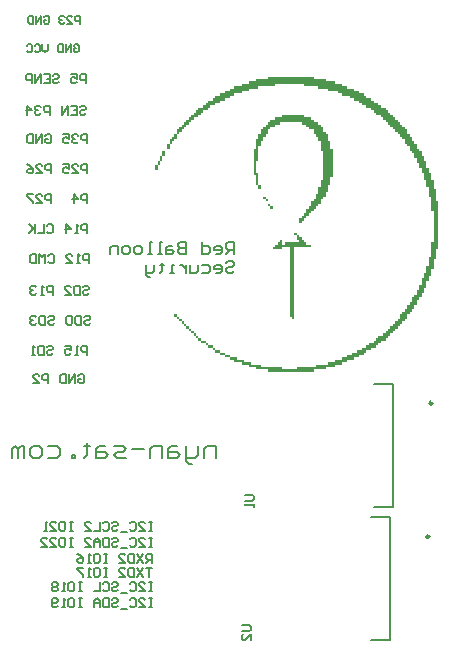
<source format=gbo>
G04*
G04 #@! TF.GenerationSoftware,Altium Limited,Altium Designer,20.1.12 (249)*
G04*
G04 Layer_Color=32896*
%FSLAX25Y25*%
%MOIN*%
G70*
G04*
G04 #@! TF.SameCoordinates,D1749837-0096-4F70-BC88-1939EB490A75*
G04*
G04*
G04 #@! TF.FilePolarity,Positive*
G04*
G01*
G75*
%ADD10C,0.00787*%
%ADD11C,0.00984*%
%ADD12C,0.00600*%
%ADD13C,0.00500*%
%ADD101C,0.00800*%
G36*
X199700Y297400D02*
Y296600D01*
X198900D01*
Y295800D01*
X198100D01*
Y295000D01*
X197300D01*
Y295800D01*
Y296600D01*
X198100D01*
Y297400D01*
X198900D01*
Y298200D01*
X199700D01*
Y297400D01*
D02*
G37*
G36*
X197300Y294200D02*
Y293400D01*
X196500D01*
Y294200D01*
Y295000D01*
X197300D01*
Y294200D01*
D02*
G37*
G36*
X195700Y291800D02*
Y291000D01*
X194900D01*
Y291800D01*
Y292600D01*
X195700D01*
Y291800D01*
D02*
G37*
G36*
X194900Y290200D02*
Y289400D01*
X194100D01*
Y290200D01*
Y291000D01*
X194900D01*
Y290200D01*
D02*
G37*
G36*
X194100Y288600D02*
Y287800D01*
X193300D01*
Y288600D01*
Y289400D01*
X194100D01*
Y288600D01*
D02*
G37*
G36*
X193300Y287000D02*
Y286200D01*
X192500D01*
Y287000D01*
Y287800D01*
X193300D01*
Y287000D01*
D02*
G37*
G36*
X229300Y276600D02*
X230100D01*
Y275800D01*
X229300D01*
Y276600D01*
X228500D01*
Y277400D01*
X229300D01*
Y276600D01*
D02*
G37*
G36*
X230900Y274200D02*
X231700D01*
Y273400D01*
X230900D01*
Y274200D01*
X230100D01*
Y275000D01*
X230900D01*
Y274200D01*
D02*
G37*
G36*
X242100Y303800D02*
X244500D01*
Y303000D01*
X245300D01*
Y302200D01*
X246900D01*
Y301400D01*
X247700D01*
Y300600D01*
X248500D01*
Y299800D01*
Y299000D01*
X249300D01*
Y298200D01*
X250100D01*
Y297400D01*
Y296600D01*
Y295800D01*
X250900D01*
Y295000D01*
Y294200D01*
Y293400D01*
X251700D01*
Y292600D01*
Y291800D01*
Y291000D01*
Y290200D01*
Y289400D01*
Y288600D01*
Y287800D01*
Y287000D01*
Y286200D01*
Y285400D01*
Y284600D01*
Y283800D01*
X250900D01*
Y283000D01*
Y282200D01*
Y281400D01*
X250100D01*
Y280600D01*
Y279800D01*
Y279000D01*
X249300D01*
Y278200D01*
Y277400D01*
X248500D01*
Y276600D01*
X247700D01*
Y275800D01*
Y275000D01*
X246900D01*
Y274200D01*
X246100D01*
Y273400D01*
X245300D01*
Y272600D01*
X244500D01*
Y271800D01*
X243700D01*
Y271000D01*
X242900D01*
Y270200D01*
X242100D01*
Y269400D01*
X241300D01*
Y268600D01*
X240500D01*
Y269400D01*
Y270200D01*
X241300D01*
Y271000D01*
X242100D01*
Y271800D01*
X242900D01*
Y272600D01*
Y273400D01*
X243700D01*
Y274200D01*
X244500D01*
Y275000D01*
Y275800D01*
X245300D01*
Y276600D01*
X246100D01*
Y277400D01*
Y278200D01*
X246900D01*
Y279000D01*
Y279800D01*
Y280600D01*
X247700D01*
Y281400D01*
Y282200D01*
Y283000D01*
X248500D01*
Y283800D01*
Y284600D01*
Y285400D01*
Y286200D01*
Y287000D01*
Y287800D01*
Y288600D01*
Y289400D01*
Y290200D01*
Y291000D01*
Y291800D01*
Y292600D01*
X247700D01*
Y293400D01*
Y294200D01*
Y295000D01*
Y295800D01*
X246900D01*
Y296600D01*
Y297400D01*
X246100D01*
Y298200D01*
X245300D01*
Y299000D01*
Y299800D01*
X243700D01*
Y300600D01*
X242900D01*
Y301400D01*
X241300D01*
Y302200D01*
X234100D01*
Y301400D01*
X232500D01*
Y300600D01*
X230900D01*
Y299800D01*
X230100D01*
Y299000D01*
Y298200D01*
X229300D01*
Y297400D01*
X228500D01*
Y296600D01*
Y295800D01*
X227700D01*
Y295000D01*
Y294200D01*
X226900D01*
Y293400D01*
Y292600D01*
Y291800D01*
Y291000D01*
Y290200D01*
Y289400D01*
X226100D01*
Y288600D01*
Y287800D01*
Y287000D01*
Y286200D01*
Y285400D01*
X226900D01*
Y284600D01*
Y283800D01*
Y283000D01*
Y282200D01*
Y281400D01*
X227700D01*
Y280600D01*
Y279800D01*
X226900D01*
Y280600D01*
Y281400D01*
X226100D01*
Y282200D01*
Y283000D01*
Y283800D01*
Y284600D01*
X225300D01*
Y285400D01*
Y286200D01*
Y287000D01*
Y287800D01*
Y288600D01*
Y289400D01*
Y290200D01*
Y291000D01*
Y291800D01*
Y292600D01*
Y293400D01*
X226100D01*
Y294200D01*
Y295000D01*
Y295800D01*
Y296600D01*
X226900D01*
Y297400D01*
Y298200D01*
X227700D01*
Y299000D01*
Y299800D01*
X228500D01*
Y300600D01*
X229300D01*
Y301400D01*
X230100D01*
Y302200D01*
X230900D01*
Y303000D01*
X232500D01*
Y303800D01*
X234900D01*
Y304600D01*
X242100D01*
Y303800D01*
D02*
G37*
G36*
X239700Y264600D02*
X240500D01*
Y263800D01*
X241300D01*
Y263000D01*
X242100D01*
Y262200D01*
X242900D01*
Y261400D01*
X244500D01*
Y260600D01*
X238900D01*
Y259800D01*
Y259000D01*
Y258200D01*
Y257400D01*
Y256600D01*
Y255800D01*
Y255000D01*
Y254200D01*
Y253400D01*
Y252600D01*
Y251800D01*
Y251000D01*
Y250200D01*
Y249400D01*
Y248600D01*
Y247800D01*
Y247000D01*
Y246200D01*
Y245400D01*
Y244600D01*
Y243800D01*
Y243000D01*
Y242200D01*
Y241400D01*
Y240600D01*
Y239800D01*
Y239000D01*
Y238200D01*
Y237400D01*
Y236600D01*
X238100D01*
Y237400D01*
X237300D01*
Y238200D01*
Y239000D01*
Y239800D01*
Y240600D01*
Y241400D01*
Y242200D01*
Y243000D01*
Y243800D01*
Y244600D01*
Y245400D01*
Y246200D01*
Y247000D01*
Y247800D01*
Y248600D01*
Y249400D01*
Y250200D01*
Y251000D01*
Y251800D01*
Y252600D01*
Y253400D01*
Y254200D01*
Y255000D01*
Y255800D01*
Y256600D01*
Y257400D01*
Y258200D01*
Y259000D01*
Y259800D01*
Y260600D01*
X234900D01*
Y259800D01*
X231700D01*
Y260600D01*
X232500D01*
Y261400D01*
X233300D01*
Y262200D01*
X234100D01*
Y263000D01*
X234900D01*
Y262200D01*
Y261400D01*
X235700D01*
Y262200D01*
X240500D01*
Y263000D01*
X239700D01*
Y263800D01*
Y264600D01*
X238900D01*
Y265400D01*
X239700D01*
Y264600D01*
D02*
G37*
G36*
X245300Y316600D02*
X249300D01*
Y315800D01*
X252500D01*
Y315000D01*
X254900D01*
Y314200D01*
X256500D01*
Y313400D01*
X258900D01*
Y312600D01*
X260500D01*
Y311800D01*
X262100D01*
Y311000D01*
X262900D01*
Y310200D01*
X264500D01*
Y309400D01*
X265300D01*
Y308600D01*
X266900D01*
Y307800D01*
X267700D01*
Y307000D01*
X269300D01*
Y306200D01*
X270100D01*
Y305400D01*
X270900D01*
Y304600D01*
X271700D01*
Y303800D01*
X272500D01*
Y303000D01*
X273300D01*
Y302200D01*
X274100D01*
Y301400D01*
X274900D01*
Y300600D01*
X275700D01*
Y299800D01*
X276500D01*
Y299000D01*
Y298200D01*
X277300D01*
Y297400D01*
X278100D01*
Y296600D01*
Y295800D01*
X278900D01*
Y295000D01*
X279700D01*
Y294200D01*
Y293400D01*
X280500D01*
Y292600D01*
X281300D01*
Y291800D01*
Y291000D01*
X282100D01*
Y290200D01*
Y289400D01*
X282900D01*
Y288600D01*
Y287800D01*
Y287000D01*
X283700D01*
Y286200D01*
Y285400D01*
X284500D01*
Y284600D01*
Y283800D01*
Y283000D01*
X285300D01*
Y282200D01*
Y281400D01*
Y280600D01*
Y279800D01*
X286100D01*
Y279000D01*
Y278200D01*
Y277400D01*
Y276600D01*
Y275800D01*
X286900D01*
Y275000D01*
Y274200D01*
Y273400D01*
Y272600D01*
Y271800D01*
Y271000D01*
Y270200D01*
Y269400D01*
Y268600D01*
Y267800D01*
Y267000D01*
Y266200D01*
Y265400D01*
Y264600D01*
Y263800D01*
Y263000D01*
Y262200D01*
Y261400D01*
Y260600D01*
Y259800D01*
X286100D01*
Y259000D01*
Y258200D01*
Y257400D01*
Y256600D01*
X285300D01*
Y255800D01*
Y255000D01*
Y254200D01*
Y253400D01*
X284500D01*
Y252600D01*
Y251800D01*
Y251000D01*
X283700D01*
Y250200D01*
Y249400D01*
X282900D01*
Y248600D01*
Y247800D01*
Y247000D01*
X282100D01*
Y246200D01*
Y245400D01*
X281300D01*
Y244600D01*
Y243800D01*
X280500D01*
Y243000D01*
X279700D01*
Y242200D01*
Y241400D01*
X278900D01*
Y240600D01*
Y239800D01*
X278100D01*
Y239000D01*
X277300D01*
Y238200D01*
X276500D01*
Y237400D01*
Y236600D01*
X275700D01*
Y235800D01*
X274900D01*
Y235000D01*
X274100D01*
Y234200D01*
X273300D01*
Y233400D01*
X272500D01*
Y232600D01*
X271700D01*
Y231800D01*
X270900D01*
Y231000D01*
X270100D01*
Y230200D01*
X269300D01*
Y229400D01*
X267700D01*
Y228600D01*
X266900D01*
Y227800D01*
X266100D01*
Y227000D01*
X264500D01*
Y226200D01*
X262900D01*
Y225400D01*
X262100D01*
Y224600D01*
X260500D01*
Y223800D01*
X258900D01*
Y223000D01*
X256500D01*
Y222200D01*
X254900D01*
Y221400D01*
X252500D01*
Y220600D01*
X249300D01*
Y219800D01*
X245300D01*
Y219000D01*
X230100D01*
Y219800D01*
X226100D01*
Y220600D01*
X223700D01*
Y221400D01*
X221300D01*
Y222200D01*
X218900D01*
Y223000D01*
X217300D01*
Y223800D01*
X215700D01*
Y224600D01*
X214100D01*
Y225400D01*
X212500D01*
Y226200D01*
X211700D01*
Y227000D01*
X210100D01*
Y227800D01*
X209300D01*
Y228600D01*
X207700D01*
Y229400D01*
X206900D01*
Y230200D01*
X206100D01*
Y231000D01*
X205300D01*
Y231800D01*
X204500D01*
Y232600D01*
X203700D01*
Y233400D01*
X202900D01*
Y234200D01*
X202100D01*
Y235000D01*
X201300D01*
Y235800D01*
X200500D01*
Y236600D01*
X199700D01*
Y237400D01*
X198900D01*
Y238200D01*
X199700D01*
Y237400D01*
X200500D01*
Y236600D01*
X201300D01*
Y235800D01*
X202100D01*
Y235000D01*
X202900D01*
Y234200D01*
X203700D01*
Y233400D01*
X204500D01*
Y232600D01*
X205300D01*
Y231800D01*
X206100D01*
Y231000D01*
X206900D01*
Y230200D01*
X207700D01*
Y229400D01*
X209300D01*
Y228600D01*
X210100D01*
Y227800D01*
X211700D01*
Y227000D01*
X212500D01*
Y226200D01*
X214100D01*
Y225400D01*
X215700D01*
Y224600D01*
X217300D01*
Y223800D01*
X219700D01*
Y223000D01*
X222100D01*
Y222200D01*
X224500D01*
Y221400D01*
X227700D01*
Y220600D01*
X234900D01*
Y219800D01*
X239700D01*
Y220600D01*
X246100D01*
Y221400D01*
X250100D01*
Y222200D01*
X252500D01*
Y223000D01*
X254900D01*
Y223800D01*
X256500D01*
Y224600D01*
X258100D01*
Y225400D01*
X259700D01*
Y226200D01*
X261300D01*
Y227000D01*
X262900D01*
Y227800D01*
X263700D01*
Y228600D01*
X265300D01*
Y229400D01*
X266100D01*
Y230200D01*
X266900D01*
Y231000D01*
X268500D01*
Y231800D01*
X269300D01*
Y232600D01*
X270100D01*
Y233400D01*
X270900D01*
Y234200D01*
X271700D01*
Y235000D01*
X272500D01*
Y235800D01*
X273300D01*
Y236600D01*
X274100D01*
Y237400D01*
Y238200D01*
X274900D01*
Y239000D01*
X275700D01*
Y239800D01*
X276500D01*
Y240600D01*
Y241400D01*
X277300D01*
Y242200D01*
X278100D01*
Y243000D01*
Y243800D01*
X278900D01*
Y244600D01*
X279700D01*
Y245400D01*
Y246200D01*
X280500D01*
Y247000D01*
Y247800D01*
X281300D01*
Y248600D01*
Y249400D01*
Y250200D01*
X282100D01*
Y251000D01*
Y251800D01*
X282900D01*
Y252600D01*
Y253400D01*
Y254200D01*
X283700D01*
Y255000D01*
Y255800D01*
Y256600D01*
Y257400D01*
X284500D01*
Y258200D01*
Y259000D01*
Y259800D01*
Y260600D01*
Y261400D01*
Y262200D01*
X285300D01*
Y263000D01*
Y263800D01*
Y264600D01*
Y265400D01*
Y266200D01*
Y267000D01*
Y267800D01*
Y268600D01*
Y269400D01*
Y270200D01*
Y271000D01*
Y271800D01*
Y272600D01*
X284500D01*
Y273400D01*
Y274200D01*
Y275000D01*
Y275800D01*
Y276600D01*
Y277400D01*
X283700D01*
Y278200D01*
Y279000D01*
Y279800D01*
Y280600D01*
X282900D01*
Y281400D01*
Y282200D01*
Y283000D01*
X282100D01*
Y283800D01*
Y284600D01*
Y285400D01*
X281300D01*
Y286200D01*
Y287000D01*
X280500D01*
Y287800D01*
Y288600D01*
X279700D01*
Y289400D01*
Y290200D01*
X278900D01*
Y291000D01*
Y291800D01*
X278100D01*
Y292600D01*
X277300D01*
Y293400D01*
Y294200D01*
X276500D01*
Y295000D01*
X275700D01*
Y295800D01*
Y296600D01*
X274900D01*
Y297400D01*
X274100D01*
Y298200D01*
X273300D01*
Y299000D01*
X272500D01*
Y299800D01*
X271700D01*
Y300600D01*
X270900D01*
Y301400D01*
X270100D01*
Y302200D01*
X269300D01*
Y303000D01*
X268500D01*
Y303800D01*
X267700D01*
Y304600D01*
X266100D01*
Y305400D01*
X265300D01*
Y306200D01*
X264500D01*
Y307000D01*
X262900D01*
Y307800D01*
X261300D01*
Y308600D01*
X260500D01*
Y309400D01*
X258900D01*
Y310200D01*
X257300D01*
Y311000D01*
X254900D01*
Y311800D01*
X253300D01*
Y312600D01*
X250100D01*
Y313400D01*
X246900D01*
Y314200D01*
X242100D01*
Y315000D01*
X232500D01*
Y314200D01*
X226900D01*
Y313400D01*
X223700D01*
Y312600D01*
X221300D01*
Y311800D01*
X218900D01*
Y311000D01*
X217300D01*
Y310200D01*
X215700D01*
Y309400D01*
X214100D01*
Y308600D01*
X212500D01*
Y307800D01*
X210900D01*
Y307000D01*
X210100D01*
Y306200D01*
X208500D01*
Y305400D01*
X207700D01*
Y304600D01*
X206900D01*
Y303800D01*
X205300D01*
Y303000D01*
X204500D01*
Y302200D01*
X203700D01*
Y301400D01*
X202900D01*
Y300600D01*
X202100D01*
Y299800D01*
X201300D01*
Y299000D01*
X200500D01*
Y298200D01*
X199700D01*
Y299000D01*
Y299800D01*
X200500D01*
Y300600D01*
X201300D01*
Y301400D01*
X202100D01*
Y302200D01*
X202900D01*
Y303000D01*
X203700D01*
Y303800D01*
X204500D01*
Y304600D01*
X205300D01*
Y305400D01*
X206100D01*
Y306200D01*
X206900D01*
Y307000D01*
X208500D01*
Y307800D01*
X209300D01*
Y308600D01*
X210100D01*
Y309400D01*
X211700D01*
Y310200D01*
X212500D01*
Y311000D01*
X214100D01*
Y311800D01*
X215700D01*
Y312600D01*
X217300D01*
Y313400D01*
X218900D01*
Y314200D01*
X221300D01*
Y315000D01*
X223700D01*
Y315800D01*
X226100D01*
Y316600D01*
X230100D01*
Y317400D01*
X245300D01*
Y316600D01*
D02*
G37*
D10*
X264291Y170472D02*
X270590D01*
X264291Y129528D02*
X270590D01*
Y170472D01*
X265291Y214972D02*
X271590D01*
X265291Y174028D02*
X271590D01*
Y214972D01*
D11*
X284878Y208535D02*
G03*
X284878Y208535I-492J0D01*
G01*
X283878Y164035D02*
G03*
X283878Y164035I-492J0D01*
G01*
D12*
X169900Y295100D02*
Y298099D01*
X168401D01*
X167901Y297599D01*
Y296600D01*
X168401Y296100D01*
X169900D01*
X166901Y297599D02*
X166401Y298099D01*
X165401D01*
X164902Y297599D01*
Y297099D01*
X165401Y296600D01*
X165901D01*
X165401D01*
X164902Y296100D01*
Y295600D01*
X165401Y295100D01*
X166401D01*
X166901Y295600D01*
X161903Y298099D02*
X163902D01*
Y296600D01*
X162902Y297099D01*
X162402D01*
X161903Y296600D01*
Y295600D01*
X162402Y295100D01*
X163402D01*
X163902Y295600D01*
X155904Y297599D02*
X156404Y298099D01*
X157404D01*
X157904Y297599D01*
Y295600D01*
X157404Y295100D01*
X156404D01*
X155904Y295600D01*
Y296600D01*
X156904D01*
X154905Y295100D02*
Y298099D01*
X152905Y295100D01*
Y298099D01*
X151906D02*
Y295100D01*
X150406D01*
X149907Y295600D01*
Y297599D01*
X150406Y298099D01*
X151906D01*
X169900Y265100D02*
Y268099D01*
X168401D01*
X167901Y267599D01*
Y266599D01*
X168401Y266100D01*
X169900D01*
X166901Y265100D02*
X165901D01*
X166401D01*
Y268099D01*
X166901Y267599D01*
X162902Y265100D02*
Y268099D01*
X164402Y266599D01*
X162402D01*
X156404Y267599D02*
X156904Y268099D01*
X157904D01*
X158404Y267599D01*
Y265600D01*
X157904Y265100D01*
X156904D01*
X156404Y265600D01*
X155405Y268099D02*
Y265100D01*
X153405D01*
X152406Y268099D02*
Y265100D01*
Y266100D01*
X150406Y268099D01*
X151906Y266599D01*
X150406Y265100D01*
X167401Y307099D02*
X167901Y307599D01*
X168900D01*
X169400Y307099D01*
Y306599D01*
X168900Y306100D01*
X167901D01*
X167401Y305600D01*
Y305100D01*
X167901Y304600D01*
X168900D01*
X169400Y305100D01*
X164402Y307599D02*
X166401D01*
Y304600D01*
X164402D01*
X166401Y306100D02*
X165401D01*
X163402Y304600D02*
Y307599D01*
X161403Y304600D01*
Y307599D01*
X157404Y304600D02*
Y307599D01*
X155904D01*
X155404Y307099D01*
Y306100D01*
X155904Y305600D01*
X157404D01*
X154405Y307099D02*
X153905Y307599D01*
X152905D01*
X152406Y307099D01*
Y306599D01*
X152905Y306100D01*
X153405D01*
X152905D01*
X152406Y305600D01*
Y305100D01*
X152905Y304600D01*
X153905D01*
X154405Y305100D01*
X149906Y304600D02*
Y307599D01*
X151406Y306100D01*
X149407D01*
X218900Y258171D02*
Y262170D01*
X216901D01*
X216234Y261504D01*
Y260171D01*
X216901Y259504D01*
X218900D01*
X217567D02*
X216234Y258171D01*
X212902D02*
X214235D01*
X214901Y258838D01*
Y260171D01*
X214235Y260837D01*
X212902D01*
X212235Y260171D01*
Y259504D01*
X214901D01*
X208237Y262170D02*
Y258171D01*
X210236D01*
X210903Y258838D01*
Y260171D01*
X210236Y260837D01*
X208237D01*
X202905Y262170D02*
Y258171D01*
X200906D01*
X200239Y258838D01*
Y259504D01*
X200906Y260171D01*
X202905D01*
X200906D01*
X200239Y260837D01*
Y261504D01*
X200906Y262170D01*
X202905D01*
X198240Y260837D02*
X196907D01*
X196241Y260171D01*
Y258171D01*
X198240D01*
X198906Y258838D01*
X198240Y259504D01*
X196241D01*
X194908Y258171D02*
X193575D01*
X194241D01*
Y262170D01*
X194908D01*
X191576Y258171D02*
X190243D01*
X190909D01*
Y262170D01*
X191576D01*
X187577Y258171D02*
X186244D01*
X185577Y258838D01*
Y260171D01*
X186244Y260837D01*
X187577D01*
X188243Y260171D01*
Y258838D01*
X187577Y258171D01*
X183578D02*
X182245D01*
X181579Y258838D01*
Y260171D01*
X182245Y260837D01*
X183578D01*
X184245Y260171D01*
Y258838D01*
X183578Y258171D01*
X180246D02*
Y260837D01*
X178246D01*
X177580Y260171D01*
Y258171D01*
X216234Y255265D02*
X216901Y255932D01*
X218234D01*
X218900Y255265D01*
Y254599D01*
X218234Y253932D01*
X216901D01*
X216234Y253266D01*
Y252599D01*
X216901Y251933D01*
X218234D01*
X218900Y252599D01*
X212902Y251933D02*
X214235D01*
X214901Y252599D01*
Y253932D01*
X214235Y254599D01*
X212902D01*
X212235Y253932D01*
Y253266D01*
X214901D01*
X208237Y254599D02*
X210236D01*
X210903Y253932D01*
Y252599D01*
X210236Y251933D01*
X208237D01*
X206904Y254599D02*
Y252599D01*
X206237Y251933D01*
X204238D01*
Y254599D01*
X202905D02*
Y251933D01*
Y253266D01*
X202239Y253932D01*
X201572Y254599D01*
X200906D01*
X198906Y251933D02*
X197574D01*
X198240D01*
Y254599D01*
X198906D01*
X194908Y255265D02*
Y254599D01*
X195574D01*
X194241D01*
X194908D01*
Y252599D01*
X194241Y251933D01*
X192242Y254599D02*
Y252599D01*
X191576Y251933D01*
X189576D01*
Y251266D01*
X190243Y250600D01*
X190909D01*
X189576Y251933D02*
Y254599D01*
X169900Y224600D02*
Y227599D01*
X168401D01*
X167901Y227099D01*
Y226099D01*
X168401Y225600D01*
X169900D01*
X166901Y224600D02*
X165901D01*
X166401D01*
Y227599D01*
X166901Y227099D01*
X162402Y227599D02*
X164402D01*
Y226099D01*
X163402Y226599D01*
X162902D01*
X162402Y226099D01*
Y225100D01*
X162902Y224600D01*
X163902D01*
X164402Y225100D01*
X156404Y227099D02*
X156904Y227599D01*
X157904D01*
X158404Y227099D01*
Y226599D01*
X157904Y226099D01*
X156904D01*
X156404Y225600D01*
Y225100D01*
X156904Y224600D01*
X157904D01*
X158404Y225100D01*
X155405Y227599D02*
Y224600D01*
X153905D01*
X153405Y225100D01*
Y227099D01*
X153905Y227599D01*
X155405D01*
X152406Y224600D02*
X151406D01*
X151906D01*
Y227599D01*
X152406Y227099D01*
X168401Y247099D02*
X168901Y247599D01*
X169900D01*
X170400Y247099D01*
Y246599D01*
X169900Y246099D01*
X168901D01*
X168401Y245600D01*
Y245100D01*
X168901Y244600D01*
X169900D01*
X170400Y245100D01*
X167401Y247599D02*
Y244600D01*
X165901D01*
X165402Y245100D01*
Y247099D01*
X165901Y247599D01*
X167401D01*
X162403Y244600D02*
X164402D01*
X162403Y246599D01*
Y247099D01*
X162902Y247599D01*
X163902D01*
X164402Y247099D01*
X158404Y244600D02*
Y247599D01*
X156904D01*
X156404Y247099D01*
Y246099D01*
X156904Y245600D01*
X158404D01*
X155405Y244600D02*
X154405D01*
X154905D01*
Y247599D01*
X155405Y247099D01*
X152906D02*
X152406Y247599D01*
X151406D01*
X150906Y247099D01*
Y246599D01*
X151406Y246099D01*
X151906D01*
X151406D01*
X150906Y245600D01*
Y245100D01*
X151406Y244600D01*
X152406D01*
X152906Y245100D01*
X168901Y237099D02*
X169401Y237599D01*
X170400D01*
X170900Y237099D01*
Y236599D01*
X170400Y236100D01*
X169401D01*
X168901Y235600D01*
Y235100D01*
X169401Y234600D01*
X170400D01*
X170900Y235100D01*
X167901Y237599D02*
Y234600D01*
X166401D01*
X165902Y235100D01*
Y237099D01*
X166401Y237599D01*
X167901D01*
X164902Y237099D02*
X164402Y237599D01*
X163402D01*
X162903Y237099D01*
Y235100D01*
X163402Y234600D01*
X164402D01*
X164902Y235100D01*
Y237099D01*
X156904D02*
X157404Y237599D01*
X158404D01*
X158904Y237099D01*
Y236599D01*
X158404Y236100D01*
X157404D01*
X156904Y235600D01*
Y235100D01*
X157404Y234600D01*
X158404D01*
X158904Y235100D01*
X155905Y237599D02*
Y234600D01*
X154405D01*
X153905Y235100D01*
Y237099D01*
X154405Y237599D01*
X155905D01*
X152906Y237099D02*
X152406Y237599D01*
X151406D01*
X150907Y237099D01*
Y236599D01*
X151406Y236100D01*
X151906D01*
X151406D01*
X150907Y235600D01*
Y235100D01*
X151406Y234600D01*
X152406D01*
X152906Y235100D01*
X169900Y275100D02*
Y278099D01*
X168401D01*
X167901Y277599D01*
Y276600D01*
X168401Y276100D01*
X169900D01*
X165401Y275100D02*
Y278099D01*
X166901Y276600D01*
X164902D01*
X157904Y275100D02*
Y278099D01*
X156404D01*
X155904Y277599D01*
Y276600D01*
X156404Y276100D01*
X157904D01*
X152905Y275100D02*
X154905D01*
X152905Y277099D01*
Y277599D01*
X153405Y278099D01*
X154405D01*
X154905Y277599D01*
X151906Y278099D02*
X149907D01*
Y277599D01*
X151906Y275600D01*
Y275100D01*
X166901Y217599D02*
X167401Y218099D01*
X168400D01*
X168900Y217599D01*
Y215600D01*
X168400Y215100D01*
X167401D01*
X166901Y215600D01*
Y216599D01*
X167900D01*
X165901Y215100D02*
Y218099D01*
X163902Y215100D01*
Y218099D01*
X162902D02*
Y215100D01*
X161402D01*
X160903Y215600D01*
Y217599D01*
X161402Y218099D01*
X162902D01*
X156904Y215100D02*
Y218099D01*
X155404D01*
X154904Y217599D01*
Y216599D01*
X155404Y216100D01*
X156904D01*
X151906Y215100D02*
X153905D01*
X151906Y217099D01*
Y217599D01*
X152405Y218099D01*
X153405D01*
X153905Y217599D01*
X169400Y315100D02*
Y318099D01*
X167901D01*
X167401Y317599D01*
Y316599D01*
X167901Y316100D01*
X169400D01*
X164402Y318099D02*
X166401D01*
Y316599D01*
X165401Y317099D01*
X164901D01*
X164402Y316599D01*
Y315600D01*
X164901Y315100D01*
X165901D01*
X166401Y315600D01*
X158404Y317599D02*
X158903Y318099D01*
X159903D01*
X160403Y317599D01*
Y317099D01*
X159903Y316599D01*
X158903D01*
X158404Y316100D01*
Y315600D01*
X158903Y315100D01*
X159903D01*
X160403Y315600D01*
X155404Y318099D02*
X157404D01*
Y315100D01*
X155404D01*
X157404Y316599D02*
X156404D01*
X154405Y315100D02*
Y318099D01*
X152406Y315100D01*
Y318099D01*
X151406Y315100D02*
Y318099D01*
X149906D01*
X149407Y317599D01*
Y316599D01*
X149906Y316100D01*
X151406D01*
X170400Y255100D02*
Y258099D01*
X168901D01*
X168401Y257599D01*
Y256599D01*
X168901Y256100D01*
X170400D01*
X167401Y255100D02*
X166401D01*
X166901D01*
Y258099D01*
X167401Y257599D01*
X162902Y255100D02*
X164902D01*
X162902Y257099D01*
Y257599D01*
X163402Y258099D01*
X164402D01*
X164902Y257599D01*
X156904D02*
X157404Y258099D01*
X158404D01*
X158904Y257599D01*
Y255600D01*
X158404Y255100D01*
X157404D01*
X156904Y255600D01*
X155905Y255100D02*
Y258099D01*
X154905Y257099D01*
X153905Y258099D01*
Y255100D01*
X152906Y258099D02*
Y255100D01*
X151406D01*
X150906Y255600D01*
Y257599D01*
X151406Y258099D01*
X152906D01*
X169900Y285100D02*
Y288099D01*
X168401D01*
X167901Y287599D01*
Y286599D01*
X168401Y286100D01*
X169900D01*
X164902Y285100D02*
X166901D01*
X164902Y287099D01*
Y287599D01*
X165401Y288099D01*
X166401D01*
X166901Y287599D01*
X161903Y288099D02*
X163902D01*
Y286599D01*
X162902Y287099D01*
X162402D01*
X161903Y286599D01*
Y285600D01*
X162402Y285100D01*
X163402D01*
X163902Y285600D01*
X157904Y285100D02*
Y288099D01*
X156404D01*
X155904Y287599D01*
Y286599D01*
X156404Y286100D01*
X157904D01*
X152905Y285100D02*
X154905D01*
X152905Y287099D01*
Y287599D01*
X153405Y288099D01*
X154405D01*
X154905Y287599D01*
X149907Y288099D02*
X150906Y287599D01*
X151906Y286599D01*
Y285600D01*
X151406Y285100D01*
X150406D01*
X149907Y285600D01*
Y286100D01*
X150406Y286599D01*
X151906D01*
D13*
X165267Y327666D02*
X165700Y328099D01*
X166567D01*
X167000Y327666D01*
Y325933D01*
X166567Y325500D01*
X165700D01*
X165267Y325933D01*
Y326800D01*
X166134D01*
X164401Y325500D02*
Y328099D01*
X162668Y325500D01*
Y328099D01*
X161802D02*
Y325500D01*
X160502D01*
X160069Y325933D01*
Y327666D01*
X160502Y328099D01*
X161802D01*
X156603D02*
Y326366D01*
X155737Y325500D01*
X154871Y326366D01*
Y328099D01*
X152271Y327666D02*
X152705Y328099D01*
X153571D01*
X154004Y327666D01*
Y325933D01*
X153571Y325500D01*
X152705D01*
X152271Y325933D01*
X149672Y327666D02*
X150106Y328099D01*
X150972D01*
X151405Y327666D01*
Y325933D01*
X150972Y325500D01*
X150106D01*
X149672Y325933D01*
X191500Y168993D02*
X190500D01*
X191000D01*
Y165994D01*
X191500D01*
X190500D01*
X187002D02*
X189001D01*
X187002Y167993D01*
Y168493D01*
X187501Y168993D01*
X188501D01*
X189001Y168493D01*
X184002D02*
X184502Y168993D01*
X185502D01*
X186002Y168493D01*
Y166493D01*
X185502Y165994D01*
X184502D01*
X184002Y166493D01*
X183003Y165494D02*
X181003D01*
X178004Y168493D02*
X178504Y168993D01*
X179504D01*
X180004Y168493D01*
Y167993D01*
X179504Y167493D01*
X178504D01*
X178004Y166993D01*
Y166493D01*
X178504Y165994D01*
X179504D01*
X180004Y166493D01*
X175005Y168493D02*
X175505Y168993D01*
X176505D01*
X177005Y168493D01*
Y166493D01*
X176505Y165994D01*
X175505D01*
X175005Y166493D01*
X174006Y168993D02*
Y165994D01*
X172006D01*
X169007D02*
X171007D01*
X169007Y167993D01*
Y168493D01*
X169507Y168993D01*
X170507D01*
X171007Y168493D01*
X165009Y168993D02*
X164009D01*
X164509D01*
Y165994D01*
X165009D01*
X164009D01*
X161010Y168993D02*
X162010D01*
X162509Y168493D01*
Y166493D01*
X162010Y165994D01*
X161010D01*
X160510Y166493D01*
Y168493D01*
X161010Y168993D01*
X157511Y165994D02*
X159510D01*
X157511Y167993D01*
Y168493D01*
X158011Y168993D01*
X159011D01*
X159510Y168493D01*
X156511Y165994D02*
X155512D01*
X156011D01*
Y168993D01*
X156511Y168493D01*
X191500Y163694D02*
X190500D01*
X191000D01*
Y160695D01*
X191500D01*
X190500D01*
X187002D02*
X189001D01*
X187002Y162694D01*
Y163194D01*
X187501Y163694D01*
X188501D01*
X189001Y163194D01*
X184002D02*
X184502Y163694D01*
X185502D01*
X186002Y163194D01*
Y161195D01*
X185502Y160695D01*
X184502D01*
X184002Y161195D01*
X183003Y160195D02*
X181003D01*
X178004Y163194D02*
X178504Y163694D01*
X179504D01*
X180004Y163194D01*
Y162694D01*
X179504Y162194D01*
X178504D01*
X178004Y161695D01*
Y161195D01*
X178504Y160695D01*
X179504D01*
X180004Y161195D01*
X177005Y163694D02*
Y160695D01*
X175505D01*
X175005Y161195D01*
Y163194D01*
X175505Y163694D01*
X177005D01*
X174006Y160695D02*
Y162694D01*
X173006Y163694D01*
X172006Y162694D01*
Y160695D01*
Y162194D01*
X174006D01*
X169007Y160695D02*
X171007D01*
X169007Y162694D01*
Y163194D01*
X169507Y163694D01*
X170507D01*
X171007Y163194D01*
X165009Y163694D02*
X164009D01*
X164509D01*
Y160695D01*
X165009D01*
X164009D01*
X161010Y163694D02*
X162010D01*
X162509Y163194D01*
Y161195D01*
X162010Y160695D01*
X161010D01*
X160510Y161195D01*
Y163194D01*
X161010Y163694D01*
X157511Y160695D02*
X159510D01*
X157511Y162694D01*
Y163194D01*
X158011Y163694D01*
X159011D01*
X159510Y163194D01*
X154512Y160695D02*
X156511D01*
X154512Y162694D01*
Y163194D01*
X155012Y163694D01*
X156011D01*
X156511Y163194D01*
X191500Y155396D02*
Y158395D01*
X190000D01*
X189501Y157895D01*
Y156896D01*
X190000Y156396D01*
X191500D01*
X190500D02*
X189501Y155396D01*
X188501Y158395D02*
X186502Y155396D01*
Y158395D02*
X188501Y155396D01*
X185502Y158395D02*
Y155396D01*
X184002D01*
X183503Y155896D01*
Y157895D01*
X184002Y158395D01*
X185502D01*
X180504Y155396D02*
X182503D01*
X180504Y157396D01*
Y157895D01*
X181003Y158395D01*
X182003D01*
X182503Y157895D01*
X176505Y158395D02*
X175505D01*
X176005D01*
Y155396D01*
X176505D01*
X175505D01*
X172506Y158395D02*
X173506D01*
X174006Y157895D01*
Y155896D01*
X173506Y155396D01*
X172506D01*
X172006Y155896D01*
Y157895D01*
X172506Y158395D01*
X171007Y155396D02*
X170007D01*
X170507D01*
Y158395D01*
X171007Y157895D01*
X166508Y158395D02*
X167508Y157895D01*
X168507Y156896D01*
Y155896D01*
X168008Y155396D01*
X167008D01*
X166508Y155896D01*
Y156396D01*
X167008Y156896D01*
X168507D01*
X191500Y153596D02*
X189501D01*
X190500D01*
Y150597D01*
X188501Y153596D02*
X186502Y150597D01*
Y153596D02*
X188501Y150597D01*
X185502Y153596D02*
Y150597D01*
X184002D01*
X183503Y151097D01*
Y153097D01*
X184002Y153596D01*
X185502D01*
X180504Y150597D02*
X182503D01*
X180504Y152597D01*
Y153097D01*
X181003Y153596D01*
X182003D01*
X182503Y153097D01*
X176505Y153596D02*
X175505D01*
X176005D01*
Y150597D01*
X176505D01*
X175505D01*
X172506Y153596D02*
X173506D01*
X174006Y153097D01*
Y151097D01*
X173506Y150597D01*
X172506D01*
X172006Y151097D01*
Y153097D01*
X172506Y153596D01*
X171007Y150597D02*
X170007D01*
X170507D01*
Y153596D01*
X171007Y153097D01*
X168507Y153596D02*
X166508D01*
Y153097D01*
X168507Y151097D01*
Y150597D01*
X191500Y148798D02*
X190500D01*
X191000D01*
Y145799D01*
X191500D01*
X190500D01*
X187002D02*
X189001D01*
X187002Y147798D01*
Y148298D01*
X187501Y148798D01*
X188501D01*
X189001Y148298D01*
X184002D02*
X184502Y148798D01*
X185502D01*
X186002Y148298D01*
Y146298D01*
X185502Y145799D01*
X184502D01*
X184002Y146298D01*
X183003Y145299D02*
X181003D01*
X178004Y148298D02*
X178504Y148798D01*
X179504D01*
X180004Y148298D01*
Y147798D01*
X179504Y147298D01*
X178504D01*
X178004Y146798D01*
Y146298D01*
X178504Y145799D01*
X179504D01*
X180004Y146298D01*
X175005Y148298D02*
X175505Y148798D01*
X176505D01*
X177005Y148298D01*
Y146298D01*
X176505Y145799D01*
X175505D01*
X175005Y146298D01*
X174006Y148798D02*
Y145799D01*
X172006D01*
X168008Y148798D02*
X167008D01*
X167508D01*
Y145799D01*
X168008D01*
X167008D01*
X164009Y148798D02*
X165009D01*
X165508Y148298D01*
Y146298D01*
X165009Y145799D01*
X164009D01*
X163509Y146298D01*
Y148298D01*
X164009Y148798D01*
X162509Y145799D02*
X161510D01*
X162010D01*
Y148798D01*
X162509Y148298D01*
X160010D02*
X159510Y148798D01*
X158511D01*
X158011Y148298D01*
Y147798D01*
X158511Y147298D01*
X158011Y146798D01*
Y146298D01*
X158511Y145799D01*
X159510D01*
X160010Y146298D01*
Y146798D01*
X159510Y147298D01*
X160010Y147798D01*
Y148298D01*
X159510Y147298D02*
X158511D01*
X191500Y143499D02*
X190500D01*
X191000D01*
Y140500D01*
X191500D01*
X190500D01*
X187002D02*
X189001D01*
X187002Y142499D01*
Y142999D01*
X187501Y143499D01*
X188501D01*
X189001Y142999D01*
X184002D02*
X184502Y143499D01*
X185502D01*
X186002Y142999D01*
Y141000D01*
X185502Y140500D01*
X184502D01*
X184002Y141000D01*
X183003Y140000D02*
X181003D01*
X178004Y142999D02*
X178504Y143499D01*
X179504D01*
X180004Y142999D01*
Y142499D01*
X179504Y141999D01*
X178504D01*
X178004Y141499D01*
Y141000D01*
X178504Y140500D01*
X179504D01*
X180004Y141000D01*
X177005Y143499D02*
Y140500D01*
X175505D01*
X175005Y141000D01*
Y142999D01*
X175505Y143499D01*
X177005D01*
X174006Y140500D02*
Y142499D01*
X173006Y143499D01*
X172006Y142499D01*
Y140500D01*
Y141999D01*
X174006D01*
X168008Y143499D02*
X167008D01*
X167508D01*
Y140500D01*
X168008D01*
X167008D01*
X164009Y143499D02*
X165009D01*
X165508Y142999D01*
Y141000D01*
X165009Y140500D01*
X164009D01*
X163509Y141000D01*
Y142999D01*
X164009Y143499D01*
X162509Y140500D02*
X161510D01*
X162010D01*
Y143499D01*
X162509Y142999D01*
X160010Y141000D02*
X159510Y140500D01*
X158511D01*
X158011Y141000D01*
Y142999D01*
X158511Y143499D01*
X159510D01*
X160010Y142999D01*
Y142499D01*
X159510Y141999D01*
X158011D01*
X167500Y335000D02*
Y337599D01*
X166200D01*
X165767Y337166D01*
Y336300D01*
X166200Y335866D01*
X167500D01*
X163168Y335000D02*
X164901D01*
X163168Y336733D01*
Y337166D01*
X163601Y337599D01*
X164468D01*
X164901Y337166D01*
X162302D02*
X161869Y337599D01*
X161002D01*
X160569Y337166D01*
Y336733D01*
X161002Y336300D01*
X161435D01*
X161002D01*
X160569Y335866D01*
Y335433D01*
X161002Y335000D01*
X161869D01*
X162302Y335433D01*
X155371Y337166D02*
X155804Y337599D01*
X156670D01*
X157103Y337166D01*
Y335433D01*
X156670Y335000D01*
X155804D01*
X155371Y335433D01*
Y336300D01*
X156237D01*
X154504Y335000D02*
Y337599D01*
X152771Y335000D01*
Y337599D01*
X151905D02*
Y335000D01*
X150605D01*
X150172Y335433D01*
Y337166D01*
X150605Y337599D01*
X151905D01*
X221287Y134500D02*
X223786D01*
X224286Y134000D01*
Y133001D01*
X223786Y132501D01*
X221287D01*
X224286Y129502D02*
Y131501D01*
X222287Y129502D01*
X221787D01*
X221287Y130001D01*
Y131001D01*
X221787Y131501D01*
X222287Y178000D02*
X224786D01*
X225286Y177500D01*
Y176500D01*
X224786Y176001D01*
X222287D01*
X225286Y175001D02*
Y174001D01*
Y174501D01*
X222287D01*
X222787Y175001D01*
D101*
X212700Y190299D02*
Y194298D01*
X209701D01*
X208701Y193298D01*
Y190299D01*
X206702Y194298D02*
Y191299D01*
X205702Y190299D01*
X202703D01*
Y189300D01*
X203703Y188300D01*
X204703D01*
X202703Y190299D02*
Y194298D01*
X199704D02*
X197705D01*
X196705Y193298D01*
Y190299D01*
X199704D01*
X200704Y191299D01*
X199704Y192299D01*
X196705D01*
X194706Y190299D02*
Y194298D01*
X191707D01*
X190707Y193298D01*
Y190299D01*
X188708Y193298D02*
X184709D01*
X182710Y190299D02*
X179711D01*
X178711Y191299D01*
X179711Y192299D01*
X181710D01*
X182710Y193298D01*
X181710Y194298D01*
X178711D01*
X175712D02*
X173713D01*
X172713Y193298D01*
Y190299D01*
X175712D01*
X176712Y191299D01*
X175712Y192299D01*
X172713D01*
X169714Y195298D02*
Y194298D01*
X170714D01*
X168714D01*
X169714D01*
Y191299D01*
X168714Y190299D01*
X165715D02*
Y191299D01*
X164716D01*
Y190299D01*
X165715D01*
X156718Y194298D02*
X159717D01*
X160717Y193298D01*
Y191299D01*
X159717Y190299D01*
X156718D01*
X153719D02*
X151720D01*
X150720Y191299D01*
Y193298D01*
X151720Y194298D01*
X153719D01*
X154719Y193298D01*
Y191299D01*
X153719Y190299D01*
X148721D02*
Y194298D01*
X147721D01*
X146721Y193298D01*
Y190299D01*
Y193298D01*
X145722Y194298D01*
X144722Y193298D01*
Y190299D01*
M02*

</source>
